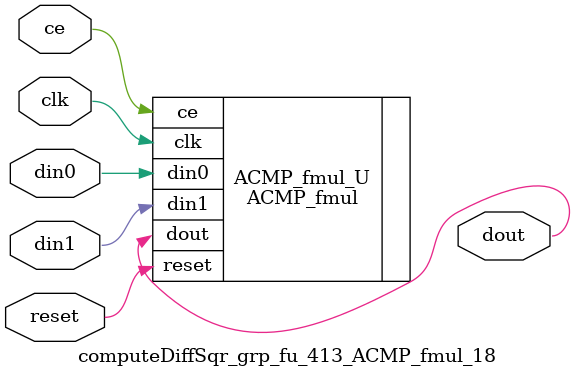
<source format=v>

`timescale 1 ns / 1 ps
module computeDiffSqr_grp_fu_413_ACMP_fmul_18(
    clk,
    reset,
    ce,
    din0,
    din1,
    dout);

parameter ID = 32'd1;
parameter NUM_STAGE = 32'd1;
parameter din0_WIDTH = 32'd1;
parameter din1_WIDTH = 32'd1;
parameter dout_WIDTH = 32'd1;
input clk;
input reset;
input ce;
input[din0_WIDTH - 1:0] din0;
input[din1_WIDTH - 1:0] din1;
output[dout_WIDTH - 1:0] dout;



ACMP_fmul #(
.ID( ID ),
.NUM_STAGE( 4 ),
.din0_WIDTH( din0_WIDTH ),
.din1_WIDTH( din1_WIDTH ),
.dout_WIDTH( dout_WIDTH ))
ACMP_fmul_U(
    .clk( clk ),
    .reset( reset ),
    .ce( ce ),
    .din0( din0 ),
    .din1( din1 ),
    .dout( dout ));

endmodule

</source>
